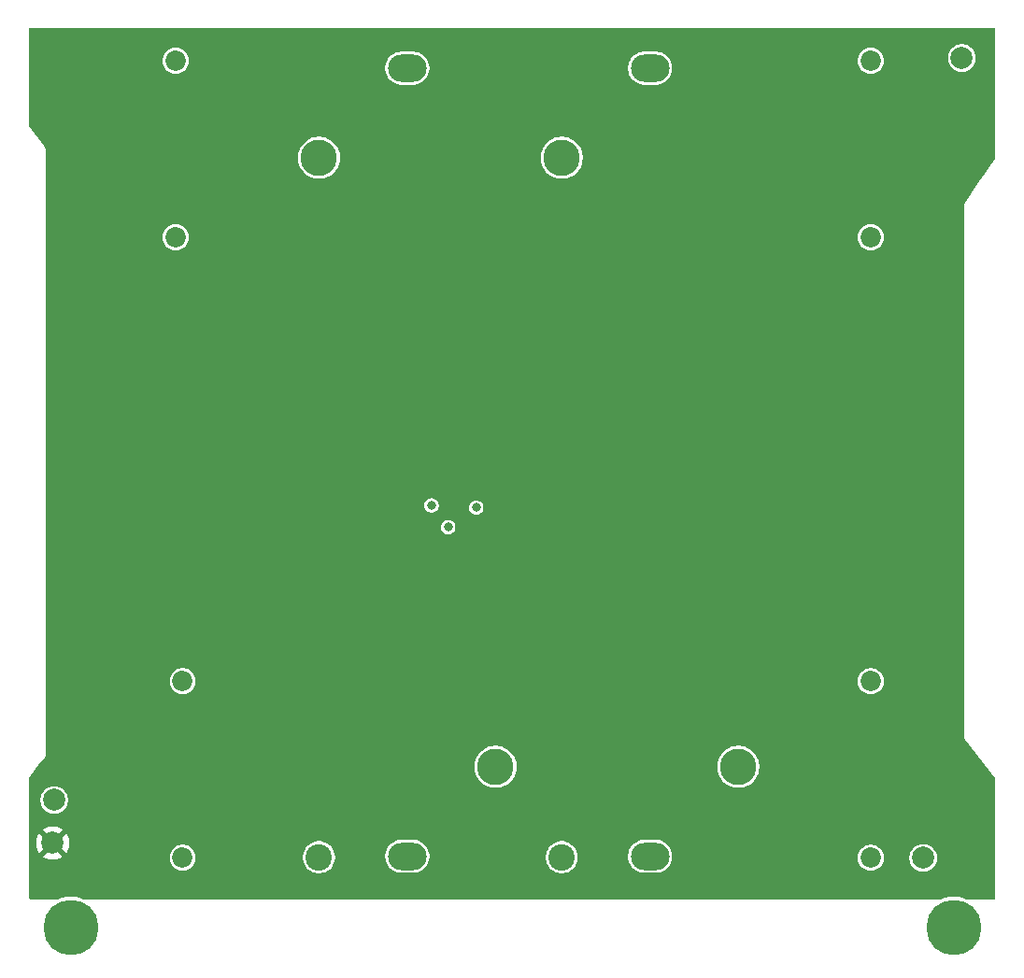
<source format=gbr>
%TF.GenerationSoftware,KiCad,Pcbnew,9.0.0*%
%TF.CreationDate,2025-03-28T16:48:43-07:00*%
%TF.ProjectId,battery_pack_v1,62617474-6572-4795-9f70-61636b5f7631,rev?*%
%TF.SameCoordinates,Original*%
%TF.FileFunction,Copper,L3,Inr*%
%TF.FilePolarity,Positive*%
%FSLAX46Y46*%
G04 Gerber Fmt 4.6, Leading zero omitted, Abs format (unit mm)*
G04 Created by KiCad (PCBNEW 9.0.0) date 2025-03-28 16:48:43*
%MOMM*%
%LPD*%
G01*
G04 APERTURE LIST*
%TA.AperFunction,ComponentPad*%
%ADD10C,5.000000*%
%TD*%
%TA.AperFunction,ComponentPad*%
%ADD11C,1.850000*%
%TD*%
%TA.AperFunction,ComponentPad*%
%ADD12C,2.000000*%
%TD*%
%TA.AperFunction,ComponentPad*%
%ADD13C,3.300000*%
%TD*%
%TA.AperFunction,ComponentPad*%
%ADD14C,2.400000*%
%TD*%
%TA.AperFunction,ComponentPad*%
%ADD15O,3.500000X2.500000*%
%TD*%
%TA.AperFunction,ViaPad*%
%ADD16C,0.800000*%
%TD*%
G04 APERTURE END LIST*
D10*
%TO.N,Chassis Ground*%
%TO.C,*%
X194500000Y-131530000D03*
%TD*%
D11*
%TO.N,*%
%TO.C,J4*%
X187000000Y-53000000D03*
X187000000Y-69000000D03*
%TD*%
D12*
%TO.N,B-*%
%TO.C,TP2*%
X113000000Y-120000000D03*
%TD*%
D11*
%TO.N,*%
%TO.C,J3*%
X124000000Y-53000000D03*
X124000000Y-69000000D03*
%TD*%
D12*
%TO.N,PACK+*%
%TO.C,TP5*%
X195250000Y-52750000D03*
%TD*%
D13*
%TO.N,*%
%TO.C,BT1*%
X137000000Y-61790000D03*
X153000000Y-116990000D03*
D14*
X137000000Y-125190000D03*
D15*
%TO.N,BM*%
X145000000Y-53670000D03*
%TO.N,B-*%
X145000000Y-125110000D03*
%TD*%
D13*
%TO.N,*%
%TO.C,BT2*%
X159000000Y-61790000D03*
X175000000Y-116990000D03*
D14*
X159000000Y-125190000D03*
D15*
%TO.N,PACK+*%
X167000000Y-53670000D03*
%TO.N,BM*%
X167000000Y-125110000D03*
%TD*%
D11*
%TO.N,*%
%TO.C,J2*%
X124641287Y-125250000D03*
X124641287Y-109250000D03*
%TD*%
D10*
%TO.N,Chassis Ground*%
%TO.C,*%
X114500000Y-131530000D03*
%TD*%
D12*
%TO.N,PACK-*%
%TO.C,TP4*%
X112860000Y-123900000D03*
%TD*%
%TO.N,BM*%
%TO.C,TP3*%
X191750000Y-125250000D03*
%TD*%
D11*
%TO.N,*%
%TO.C,J5*%
X187000000Y-125250000D03*
X187000000Y-109250000D03*
%TD*%
D16*
%TO.N,PACK-*%
X158000000Y-80700000D03*
X153600000Y-80400000D03*
X158200000Y-78200000D03*
X153800000Y-78300000D03*
X153600000Y-73900000D03*
X158200000Y-73700000D03*
X158100000Y-69300000D03*
X153600000Y-69100000D03*
X151200000Y-63700000D03*
X154600000Y-59800000D03*
X151070035Y-56949400D03*
X147000000Y-60000000D03*
X140200000Y-55800000D03*
X134600000Y-55900000D03*
X133300000Y-51300000D03*
X139800000Y-51400000D03*
X127720653Y-52632708D03*
X130100000Y-58800000D03*
X121900000Y-58800000D03*
X126700000Y-63900000D03*
X121400000Y-63700000D03*
X144600000Y-115200000D03*
X147500000Y-107900000D03*
X141800000Y-118900000D03*
X140000000Y-122400000D03*
X137000000Y-115500000D03*
X134800000Y-120000000D03*
X129800000Y-111500000D03*
X131300000Y-123000000D03*
X120200000Y-123300000D03*
X120700000Y-109400000D03*
X118300000Y-116900000D03*
X127300000Y-115600000D03*
X182700000Y-108700000D03*
X190900000Y-108600000D03*
X179000000Y-121700000D03*
X182900000Y-125000000D03*
X160800000Y-115900000D03*
X175132930Y-122786059D03*
X175000000Y-127200000D03*
X159200000Y-120700000D03*
X147800000Y-118000000D03*
X144500000Y-118000000D03*
X165500000Y-63400000D03*
X169300000Y-64000000D03*
X163700000Y-71500000D03*
X163800000Y-73400000D03*
X163700000Y-75200000D03*
X163700000Y-77600000D03*
X163700000Y-81700000D03*
X163700000Y-80200000D03*
X169600000Y-71700000D03*
X169300000Y-73500000D03*
X169700000Y-75900000D03*
X169500000Y-77600000D03*
X169300000Y-79500000D03*
X169400000Y-81600000D03*
X168300000Y-83100000D03*
X158700000Y-99000000D03*
X161300000Y-96400000D03*
X160100000Y-97800000D03*
X144500000Y-100700000D03*
X144500000Y-99600000D03*
X144500000Y-96700000D03*
X144500000Y-97700000D03*
X144500000Y-98600000D03*
X147900000Y-99400000D03*
X150200000Y-100000000D03*
X153200000Y-100100000D03*
X153300000Y-98200000D03*
X154400000Y-94250000D03*
X159925506Y-82625506D03*
X159375506Y-83175506D03*
X158725506Y-83825506D03*
X158075506Y-84475506D03*
%TO.N,/VDD*%
X147190097Y-93301507D03*
X148705560Y-95268460D03*
%TO.N,BM*%
X151250000Y-93500000D03*
%TD*%
%TA.AperFunction,Conductor*%
%TO.N,PACK-*%
G36*
X198241621Y-50020002D02*
G01*
X198288114Y-50073658D01*
X198299500Y-50126000D01*
X198299500Y-61837863D01*
X198279498Y-61905984D01*
X198275284Y-61912133D01*
X196868071Y-63840650D01*
X196868070Y-63840651D01*
X196858239Y-63854122D01*
X196853627Y-63857291D01*
X196834867Y-63886150D01*
X196832846Y-63888921D01*
X196832841Y-63888930D01*
X196814524Y-63914034D01*
X196812784Y-63917788D01*
X196804116Y-63933459D01*
X195550557Y-65862011D01*
X195550558Y-65862012D01*
X195543355Y-65873094D01*
X195530024Y-65886426D01*
X195521827Y-65906213D01*
X195515505Y-65915940D01*
X195515505Y-65915941D01*
X195510157Y-65924169D01*
X195510156Y-65924171D01*
X195509127Y-65929711D01*
X195501660Y-65954902D01*
X195499500Y-65960115D01*
X195499500Y-65969929D01*
X195497380Y-65992943D01*
X195495587Y-66002589D01*
X195495587Y-66002591D01*
X195496756Y-66008097D01*
X195499500Y-66034248D01*
X195499500Y-114387514D01*
X195496101Y-114414705D01*
X195499500Y-114427065D01*
X195499500Y-114439885D01*
X195506983Y-114457951D01*
X195512061Y-114472750D01*
X195517248Y-114491609D01*
X195517249Y-114491611D01*
X195517250Y-114491614D01*
X195517251Y-114491615D01*
X195521299Y-114499690D01*
X195525021Y-114506089D01*
X195530022Y-114513573D01*
X195543848Y-114527398D01*
X195554212Y-114539136D01*
X198271841Y-118033232D01*
X198272958Y-118034667D01*
X198298992Y-118100719D01*
X198299500Y-118112024D01*
X198299500Y-128874000D01*
X198279498Y-128942121D01*
X198225842Y-128988614D01*
X198173500Y-129000000D01*
X195623635Y-129000000D01*
X195568966Y-128987522D01*
X195555762Y-128981163D01*
X195263751Y-128878984D01*
X194962126Y-128810140D01*
X194654691Y-128775500D01*
X194654689Y-128775500D01*
X194345311Y-128775500D01*
X194345309Y-128775500D01*
X194037873Y-128810140D01*
X193736248Y-128878984D01*
X193444238Y-128981163D01*
X193444237Y-128981163D01*
X193431034Y-128987522D01*
X193376365Y-129000000D01*
X115623635Y-129000000D01*
X115568966Y-128987522D01*
X115555762Y-128981163D01*
X115263751Y-128878984D01*
X114962126Y-128810140D01*
X114654691Y-128775500D01*
X114654689Y-128775500D01*
X114345311Y-128775500D01*
X114345309Y-128775500D01*
X114037873Y-128810140D01*
X113736248Y-128878984D01*
X113444238Y-128981163D01*
X113444237Y-128981163D01*
X113431034Y-128987522D01*
X113376365Y-129000000D01*
X110826500Y-129000000D01*
X110758379Y-128979998D01*
X110711886Y-128926342D01*
X110700500Y-128874000D01*
X110700500Y-123781321D01*
X111352000Y-123781321D01*
X111352000Y-124018678D01*
X111389133Y-124253129D01*
X111462480Y-124478867D01*
X111570246Y-124690368D01*
X111629230Y-124771556D01*
X111629232Y-124771556D01*
X112375841Y-124024946D01*
X112394075Y-124092993D01*
X112459901Y-124207007D01*
X112552993Y-124300099D01*
X112667007Y-124365925D01*
X112735051Y-124384157D01*
X111988442Y-125130766D01*
X112069636Y-125189756D01*
X112069637Y-125189757D01*
X112281132Y-125297519D01*
X112506870Y-125370866D01*
X112741321Y-125408000D01*
X112978679Y-125408000D01*
X113213129Y-125370866D01*
X113438867Y-125297519D01*
X113650367Y-125189754D01*
X113695214Y-125157171D01*
X123461787Y-125157171D01*
X123461787Y-125342829D01*
X123490830Y-125526200D01*
X123490831Y-125526203D01*
X123548202Y-125702772D01*
X123632488Y-125868193D01*
X123741616Y-126018395D01*
X123872891Y-126149670D01*
X123872894Y-126149672D01*
X124023094Y-126258799D01*
X124188516Y-126343085D01*
X124365087Y-126400457D01*
X124548458Y-126429500D01*
X124548461Y-126429500D01*
X124734113Y-126429500D01*
X124734116Y-126429500D01*
X124917487Y-126400457D01*
X125094058Y-126343085D01*
X125259480Y-126258799D01*
X125409680Y-126149672D01*
X125540959Y-126018393D01*
X125650086Y-125868193D01*
X125734372Y-125702771D01*
X125791744Y-125526200D01*
X125820787Y-125342829D01*
X125820787Y-125157171D01*
X125807856Y-125075528D01*
X135545500Y-125075528D01*
X135545500Y-125304472D01*
X135581314Y-125530596D01*
X135581315Y-125530599D01*
X135637257Y-125702771D01*
X135652062Y-125748334D01*
X135756000Y-125952324D01*
X135890569Y-126137543D01*
X135890571Y-126137545D01*
X135890573Y-126137548D01*
X136052451Y-126299426D01*
X136052454Y-126299428D01*
X136052457Y-126299431D01*
X136237676Y-126434000D01*
X136441666Y-126537938D01*
X136659404Y-126608686D01*
X136885528Y-126644500D01*
X136885531Y-126644500D01*
X137114469Y-126644500D01*
X137114472Y-126644500D01*
X137340596Y-126608686D01*
X137558334Y-126537938D01*
X137762324Y-126434000D01*
X137947543Y-126299431D01*
X138109431Y-126137543D01*
X138244000Y-125952324D01*
X138347938Y-125748334D01*
X138418686Y-125530596D01*
X138454500Y-125304472D01*
X138454500Y-125075528D01*
X138441206Y-124991593D01*
X142995500Y-124991593D01*
X142995500Y-125228407D01*
X143023945Y-125408000D01*
X143032547Y-125462310D01*
X143105723Y-125687522D01*
X143105725Y-125687527D01*
X143128162Y-125731562D01*
X143213238Y-125898533D01*
X143352433Y-126090118D01*
X143519881Y-126257566D01*
X143519884Y-126257568D01*
X143711470Y-126396764D01*
X143922473Y-126504275D01*
X144147695Y-126577454D01*
X144381593Y-126614500D01*
X144381596Y-126614500D01*
X145618404Y-126614500D01*
X145618407Y-126614500D01*
X145852305Y-126577454D01*
X146077527Y-126504275D01*
X146288530Y-126396764D01*
X146480116Y-126257568D01*
X146647568Y-126090116D01*
X146786764Y-125898530D01*
X146894275Y-125687527D01*
X146967454Y-125462305D01*
X147004500Y-125228407D01*
X147004500Y-125075528D01*
X157545500Y-125075528D01*
X157545500Y-125304472D01*
X157581314Y-125530596D01*
X157581315Y-125530599D01*
X157637257Y-125702771D01*
X157652062Y-125748334D01*
X157756000Y-125952324D01*
X157890569Y-126137543D01*
X157890571Y-126137545D01*
X157890573Y-126137548D01*
X158052451Y-126299426D01*
X158052454Y-126299428D01*
X158052457Y-126299431D01*
X158237676Y-126434000D01*
X158441666Y-126537938D01*
X158659404Y-126608686D01*
X158885528Y-126644500D01*
X158885531Y-126644500D01*
X159114469Y-126644500D01*
X159114472Y-126644500D01*
X159340596Y-126608686D01*
X159558334Y-126537938D01*
X159762324Y-126434000D01*
X159947543Y-126299431D01*
X160109431Y-126137543D01*
X160244000Y-125952324D01*
X160347938Y-125748334D01*
X160418686Y-125530596D01*
X160454500Y-125304472D01*
X160454500Y-125075528D01*
X160441206Y-124991593D01*
X164995500Y-124991593D01*
X164995500Y-125228407D01*
X165023945Y-125408000D01*
X165032547Y-125462310D01*
X165105723Y-125687522D01*
X165105725Y-125687527D01*
X165128162Y-125731562D01*
X165213238Y-125898533D01*
X165352433Y-126090118D01*
X165519881Y-126257566D01*
X165519884Y-126257568D01*
X165711470Y-126396764D01*
X165922473Y-126504275D01*
X166147695Y-126577454D01*
X166381593Y-126614500D01*
X166381596Y-126614500D01*
X167618404Y-126614500D01*
X167618407Y-126614500D01*
X167852305Y-126577454D01*
X168077527Y-126504275D01*
X168288530Y-126396764D01*
X168480116Y-126257568D01*
X168647568Y-126090116D01*
X168786764Y-125898530D01*
X168894275Y-125687527D01*
X168967454Y-125462305D01*
X169004500Y-125228407D01*
X169004500Y-125157171D01*
X185820500Y-125157171D01*
X185820500Y-125342829D01*
X185849543Y-125526200D01*
X185849544Y-125526203D01*
X185906915Y-125702772D01*
X185991201Y-125868193D01*
X186100329Y-126018395D01*
X186231604Y-126149670D01*
X186231607Y-126149672D01*
X186381807Y-126258799D01*
X186547229Y-126343085D01*
X186723800Y-126400457D01*
X186907171Y-126429500D01*
X186907174Y-126429500D01*
X187092826Y-126429500D01*
X187092829Y-126429500D01*
X187276200Y-126400457D01*
X187452771Y-126343085D01*
X187618193Y-126258799D01*
X187768393Y-126149672D01*
X187899672Y-126018393D01*
X188008799Y-125868193D01*
X188093085Y-125702771D01*
X188150457Y-125526200D01*
X188179500Y-125342829D01*
X188179500Y-125157171D01*
X188178565Y-125151269D01*
X190495500Y-125151269D01*
X190495500Y-125348731D01*
X190523609Y-125526203D01*
X190526391Y-125543768D01*
X190578055Y-125702772D01*
X190587409Y-125731561D01*
X190677056Y-125907501D01*
X190793121Y-126067252D01*
X190793123Y-126067254D01*
X190793125Y-126067257D01*
X190932742Y-126206874D01*
X190932745Y-126206876D01*
X190932748Y-126206879D01*
X191092499Y-126322944D01*
X191268439Y-126412591D01*
X191456237Y-126473610D01*
X191651269Y-126504500D01*
X191651272Y-126504500D01*
X191848728Y-126504500D01*
X191848731Y-126504500D01*
X192043763Y-126473610D01*
X192231561Y-126412591D01*
X192407501Y-126322944D01*
X192567252Y-126206879D01*
X192706879Y-126067252D01*
X192822944Y-125907501D01*
X192912591Y-125731561D01*
X192973610Y-125543763D01*
X193004500Y-125348731D01*
X193004500Y-125151269D01*
X192973610Y-124956237D01*
X192912591Y-124768439D01*
X192822944Y-124592499D01*
X192706879Y-124432748D01*
X192706876Y-124432745D01*
X192706874Y-124432742D01*
X192567257Y-124293125D01*
X192567254Y-124293123D01*
X192567252Y-124293121D01*
X192407501Y-124177056D01*
X192231561Y-124087409D01*
X192231558Y-124087408D01*
X192231556Y-124087407D01*
X192043768Y-124026391D01*
X192043764Y-124026390D01*
X192043763Y-124026390D01*
X191848731Y-123995500D01*
X191651269Y-123995500D01*
X191456237Y-124026390D01*
X191456231Y-124026391D01*
X191268443Y-124087407D01*
X191268437Y-124087410D01*
X191092495Y-124177058D01*
X190932745Y-124293123D01*
X190932742Y-124293125D01*
X190793125Y-124432742D01*
X190793123Y-124432745D01*
X190677058Y-124592495D01*
X190587410Y-124768437D01*
X190587407Y-124768443D01*
X190526391Y-124956231D01*
X190526390Y-124956236D01*
X190526390Y-124956237D01*
X190495500Y-125151269D01*
X188178565Y-125151269D01*
X188150457Y-124973800D01*
X188093085Y-124797229D01*
X188008799Y-124631807D01*
X187899672Y-124481607D01*
X187899670Y-124481604D01*
X187768395Y-124350329D01*
X187618193Y-124241201D01*
X187452772Y-124156915D01*
X187276203Y-124099544D01*
X187276200Y-124099543D01*
X187092829Y-124070500D01*
X186907171Y-124070500D01*
X186723800Y-124099543D01*
X186723797Y-124099543D01*
X186723796Y-124099544D01*
X186547227Y-124156915D01*
X186381806Y-124241201D01*
X186231604Y-124350329D01*
X186100329Y-124481604D01*
X185991201Y-124631806D01*
X185906915Y-124797227D01*
X185849544Y-124973796D01*
X185849543Y-124973800D01*
X185820500Y-125157171D01*
X169004500Y-125157171D01*
X169004500Y-124991593D01*
X168967454Y-124757695D01*
X168894275Y-124532473D01*
X168786764Y-124321470D01*
X168647568Y-124129884D01*
X168647566Y-124129881D01*
X168480118Y-123962433D01*
X168288533Y-123823238D01*
X168288532Y-123823237D01*
X168288530Y-123823236D01*
X168077527Y-123715725D01*
X168077524Y-123715724D01*
X168077522Y-123715723D01*
X167852310Y-123642547D01*
X167852306Y-123642546D01*
X167852305Y-123642546D01*
X167618407Y-123605500D01*
X166381593Y-123605500D01*
X166147695Y-123642546D01*
X166147689Y-123642547D01*
X165922477Y-123715723D01*
X165922471Y-123715726D01*
X165711466Y-123823238D01*
X165519881Y-123962433D01*
X165352433Y-124129881D01*
X165213238Y-124321466D01*
X165105726Y-124532471D01*
X165105723Y-124532477D01*
X165032547Y-124757689D01*
X165032546Y-124757694D01*
X165032546Y-124757695D01*
X164995500Y-124991593D01*
X160441206Y-124991593D01*
X160418686Y-124849404D01*
X160347938Y-124631666D01*
X160244000Y-124427676D01*
X160109431Y-124242457D01*
X160109428Y-124242454D01*
X160109426Y-124242451D01*
X159947548Y-124080573D01*
X159947545Y-124080571D01*
X159947543Y-124080569D01*
X159762324Y-123946000D01*
X159558334Y-123842062D01*
X159558333Y-123842061D01*
X159558332Y-123842061D01*
X159340599Y-123771315D01*
X159340596Y-123771314D01*
X159114472Y-123735500D01*
X158885528Y-123735500D01*
X158659404Y-123771314D01*
X158659401Y-123771314D01*
X158659400Y-123771315D01*
X158441667Y-123842061D01*
X158237672Y-123946002D01*
X158052454Y-124080571D01*
X158052451Y-124080573D01*
X157890573Y-124242451D01*
X157890571Y-124242454D01*
X157756002Y-124427672D01*
X157652061Y-124631667D01*
X157581315Y-124849400D01*
X157581314Y-124849404D01*
X157545500Y-125075528D01*
X147004500Y-125075528D01*
X147004500Y-124991593D01*
X146967454Y-124757695D01*
X146894275Y-124532473D01*
X146786764Y-124321470D01*
X146647568Y-124129884D01*
X146647566Y-124129881D01*
X146480118Y-123962433D01*
X146288533Y-123823238D01*
X146288532Y-123823237D01*
X146288530Y-123823236D01*
X146077527Y-123715725D01*
X146077524Y-123715724D01*
X146077522Y-123715723D01*
X145852310Y-123642547D01*
X145852306Y-123642546D01*
X145852305Y-123642546D01*
X145618407Y-123605500D01*
X144381593Y-123605500D01*
X144147695Y-123642546D01*
X144147689Y-123642547D01*
X143922477Y-123715723D01*
X143922471Y-123715726D01*
X143711466Y-123823238D01*
X143519881Y-123962433D01*
X143352433Y-124129881D01*
X143213238Y-124321466D01*
X143105726Y-124532471D01*
X143105723Y-124532477D01*
X143032547Y-124757689D01*
X143032546Y-124757694D01*
X143032546Y-124757695D01*
X142995500Y-124991593D01*
X138441206Y-124991593D01*
X138418686Y-124849404D01*
X138347938Y-124631666D01*
X138244000Y-124427676D01*
X138109431Y-124242457D01*
X138109428Y-124242454D01*
X138109426Y-124242451D01*
X137947548Y-124080573D01*
X137947545Y-124080571D01*
X137947543Y-124080569D01*
X137762324Y-123946000D01*
X137558334Y-123842062D01*
X137558333Y-123842061D01*
X137558332Y-123842061D01*
X137340599Y-123771315D01*
X137340596Y-123771314D01*
X137114472Y-123735500D01*
X136885528Y-123735500D01*
X136659404Y-123771314D01*
X136659401Y-123771314D01*
X136659400Y-123771315D01*
X136441667Y-123842061D01*
X136237672Y-123946002D01*
X136052454Y-124080571D01*
X136052451Y-124080573D01*
X135890573Y-124242451D01*
X135890571Y-124242454D01*
X135756002Y-124427672D01*
X135652061Y-124631667D01*
X135581315Y-124849400D01*
X135581314Y-124849404D01*
X135545500Y-125075528D01*
X125807856Y-125075528D01*
X125791744Y-124973800D01*
X125734372Y-124797229D01*
X125650086Y-124631807D01*
X125540959Y-124481607D01*
X125540957Y-124481604D01*
X125409682Y-124350329D01*
X125259480Y-124241201D01*
X125094059Y-124156915D01*
X124917490Y-124099544D01*
X124917487Y-124099543D01*
X124734116Y-124070500D01*
X124548458Y-124070500D01*
X124365087Y-124099543D01*
X124365084Y-124099543D01*
X124365083Y-124099544D01*
X124188514Y-124156915D01*
X124023093Y-124241201D01*
X123872891Y-124350329D01*
X123741616Y-124481604D01*
X123632488Y-124631806D01*
X123548202Y-124797227D01*
X123490831Y-124973796D01*
X123490830Y-124973800D01*
X123461787Y-125157171D01*
X113695214Y-125157171D01*
X113731556Y-125130767D01*
X113731556Y-125130765D01*
X112984948Y-124384157D01*
X113052993Y-124365925D01*
X113167007Y-124300099D01*
X113260099Y-124207007D01*
X113325925Y-124092993D01*
X113344157Y-124024948D01*
X114090765Y-124771556D01*
X114090767Y-124771556D01*
X114149754Y-124690367D01*
X114257519Y-124478867D01*
X114330866Y-124253129D01*
X114368000Y-124018678D01*
X114368000Y-123781321D01*
X114330866Y-123546870D01*
X114257519Y-123321132D01*
X114149757Y-123109637D01*
X114149756Y-123109636D01*
X114090766Y-123028442D01*
X113344157Y-123775051D01*
X113325925Y-123707007D01*
X113260099Y-123592993D01*
X113167007Y-123499901D01*
X113052993Y-123434075D01*
X112984946Y-123415841D01*
X113731556Y-122669232D01*
X113731556Y-122669230D01*
X113650368Y-122610246D01*
X113438867Y-122502480D01*
X113213129Y-122429133D01*
X112978679Y-122392000D01*
X112741321Y-122392000D01*
X112506870Y-122429133D01*
X112281132Y-122502480D01*
X112069634Y-122610243D01*
X111988442Y-122669231D01*
X112735052Y-123415841D01*
X112667007Y-123434075D01*
X112552993Y-123499901D01*
X112459901Y-123592993D01*
X112394075Y-123707007D01*
X112375841Y-123775052D01*
X111629231Y-123028442D01*
X111570243Y-123109634D01*
X111462480Y-123321132D01*
X111389133Y-123546870D01*
X111352000Y-123781321D01*
X110700500Y-123781321D01*
X110700500Y-119901269D01*
X111745500Y-119901269D01*
X111745500Y-120098731D01*
X111776390Y-120293763D01*
X111776391Y-120293768D01*
X111837407Y-120481556D01*
X111837409Y-120481561D01*
X111927056Y-120657501D01*
X112043121Y-120817252D01*
X112043123Y-120817254D01*
X112043125Y-120817257D01*
X112182742Y-120956874D01*
X112182745Y-120956876D01*
X112182748Y-120956879D01*
X112342499Y-121072944D01*
X112518439Y-121162591D01*
X112706237Y-121223610D01*
X112901269Y-121254500D01*
X112901272Y-121254500D01*
X113098728Y-121254500D01*
X113098731Y-121254500D01*
X113293763Y-121223610D01*
X113481561Y-121162591D01*
X113657501Y-121072944D01*
X113817252Y-120956879D01*
X113956879Y-120817252D01*
X114072944Y-120657501D01*
X114162591Y-120481561D01*
X114223610Y-120293763D01*
X114254500Y-120098731D01*
X114254500Y-119901269D01*
X114223610Y-119706237D01*
X114162591Y-119518439D01*
X114072944Y-119342499D01*
X113956879Y-119182748D01*
X113956876Y-119182745D01*
X113956874Y-119182742D01*
X113817257Y-119043125D01*
X113817254Y-119043123D01*
X113817252Y-119043121D01*
X113657501Y-118927056D01*
X113481561Y-118837409D01*
X113481558Y-118837408D01*
X113481556Y-118837407D01*
X113293768Y-118776391D01*
X113293764Y-118776390D01*
X113293763Y-118776390D01*
X113098731Y-118745500D01*
X112901269Y-118745500D01*
X112706237Y-118776390D01*
X112706231Y-118776391D01*
X112518443Y-118837407D01*
X112518437Y-118837410D01*
X112342495Y-118927058D01*
X112182745Y-119043123D01*
X112182742Y-119043125D01*
X112043125Y-119182742D01*
X112043123Y-119182745D01*
X111927058Y-119342495D01*
X111837410Y-119518437D01*
X111837407Y-119518443D01*
X111776391Y-119706231D01*
X111776390Y-119706236D01*
X111776390Y-119706237D01*
X111745500Y-119901269D01*
X110700500Y-119901269D01*
X110700500Y-118108832D01*
X110720502Y-118040711D01*
X110725690Y-118033245D01*
X111601746Y-116865170D01*
X151095500Y-116865170D01*
X151095500Y-117114829D01*
X151128085Y-117362339D01*
X151128086Y-117362345D01*
X151128087Y-117362347D01*
X151192702Y-117603495D01*
X151288241Y-117834146D01*
X151288242Y-117834147D01*
X151288247Y-117834157D01*
X151413071Y-118050359D01*
X151565044Y-118248412D01*
X151565063Y-118248433D01*
X151741566Y-118424936D01*
X151741576Y-118424945D01*
X151741582Y-118424951D01*
X151741585Y-118424953D01*
X151741587Y-118424955D01*
X151939640Y-118576928D01*
X152126881Y-118685031D01*
X152155854Y-118701759D01*
X152386505Y-118797298D01*
X152627653Y-118861913D01*
X152627659Y-118861913D01*
X152627660Y-118861914D01*
X152656059Y-118865652D01*
X152875173Y-118894500D01*
X152875180Y-118894500D01*
X153124820Y-118894500D01*
X153124827Y-118894500D01*
X153372347Y-118861913D01*
X153613495Y-118797298D01*
X153844146Y-118701759D01*
X154060354Y-118576931D01*
X154060354Y-118576930D01*
X154060359Y-118576928D01*
X154175379Y-118488668D01*
X154258418Y-118424951D01*
X154434951Y-118248418D01*
X154539610Y-118112024D01*
X154586928Y-118050359D01*
X154608795Y-118012485D01*
X154711759Y-117834146D01*
X154807298Y-117603495D01*
X154871913Y-117362347D01*
X154904500Y-117114827D01*
X154904500Y-116865173D01*
X154904500Y-116865170D01*
X173095500Y-116865170D01*
X173095500Y-117114829D01*
X173128085Y-117362339D01*
X173128086Y-117362345D01*
X173128087Y-117362347D01*
X173192702Y-117603495D01*
X173288241Y-117834146D01*
X173288242Y-117834147D01*
X173288247Y-117834157D01*
X173413071Y-118050359D01*
X173565044Y-118248412D01*
X173565063Y-118248433D01*
X173741566Y-118424936D01*
X173741576Y-118424945D01*
X173741582Y-118424951D01*
X173741585Y-118424953D01*
X173741587Y-118424955D01*
X173939640Y-118576928D01*
X174126881Y-118685031D01*
X174155854Y-118701759D01*
X174386505Y-118797298D01*
X174627653Y-118861913D01*
X174627659Y-118861913D01*
X174627660Y-118861914D01*
X174656059Y-118865652D01*
X174875173Y-118894500D01*
X174875180Y-118894500D01*
X175124820Y-118894500D01*
X175124827Y-118894500D01*
X175372347Y-118861913D01*
X175613495Y-118797298D01*
X175844146Y-118701759D01*
X176060354Y-118576931D01*
X176060354Y-118576930D01*
X176060359Y-118576928D01*
X176175379Y-118488668D01*
X176258418Y-118424951D01*
X176434951Y-118248418D01*
X176539610Y-118112024D01*
X176586928Y-118050359D01*
X176608795Y-118012485D01*
X176711759Y-117834146D01*
X176807298Y-117603495D01*
X176871913Y-117362347D01*
X176904500Y-117114827D01*
X176904500Y-116865173D01*
X176871913Y-116617653D01*
X176807298Y-116376505D01*
X176711759Y-116145854D01*
X176619323Y-115985750D01*
X176586928Y-115929640D01*
X176434955Y-115731587D01*
X176434953Y-115731585D01*
X176434951Y-115731582D01*
X176434945Y-115731576D01*
X176434936Y-115731566D01*
X176258433Y-115555063D01*
X176258412Y-115555044D01*
X176060359Y-115403071D01*
X175844157Y-115278247D01*
X175844152Y-115278244D01*
X175844146Y-115278241D01*
X175613495Y-115182702D01*
X175372347Y-115118087D01*
X175372345Y-115118086D01*
X175372339Y-115118085D01*
X175124829Y-115085500D01*
X175124827Y-115085500D01*
X174875173Y-115085500D01*
X174875170Y-115085500D01*
X174627660Y-115118085D01*
X174386505Y-115182702D01*
X174155852Y-115278242D01*
X174155842Y-115278247D01*
X173939640Y-115403071D01*
X173741587Y-115555044D01*
X173741566Y-115555063D01*
X173565063Y-115731566D01*
X173565044Y-115731587D01*
X173413071Y-115929640D01*
X173288247Y-116145842D01*
X173288242Y-116145852D01*
X173192702Y-116376505D01*
X173128085Y-116617660D01*
X173095500Y-116865170D01*
X154904500Y-116865170D01*
X154871913Y-116617653D01*
X154807298Y-116376505D01*
X154711759Y-116145854D01*
X154619323Y-115985750D01*
X154586928Y-115929640D01*
X154434955Y-115731587D01*
X154434953Y-115731585D01*
X154434951Y-115731582D01*
X154434945Y-115731576D01*
X154434936Y-115731566D01*
X154258433Y-115555063D01*
X154258412Y-115555044D01*
X154060359Y-115403071D01*
X153844157Y-115278247D01*
X153844152Y-115278244D01*
X153844146Y-115278241D01*
X153613495Y-115182702D01*
X153372347Y-115118087D01*
X153372345Y-115118086D01*
X153372339Y-115118085D01*
X153124829Y-115085500D01*
X153124827Y-115085500D01*
X152875173Y-115085500D01*
X152875170Y-115085500D01*
X152627660Y-115118085D01*
X152386505Y-115182702D01*
X152155852Y-115278242D01*
X152155842Y-115278247D01*
X151939640Y-115403071D01*
X151741587Y-115555044D01*
X151741566Y-115555063D01*
X151565063Y-115731566D01*
X151565044Y-115731587D01*
X151413071Y-115929640D01*
X151288247Y-116145842D01*
X151288242Y-116145852D01*
X151192702Y-116376505D01*
X151128085Y-116617660D01*
X151095500Y-116865170D01*
X111601746Y-116865170D01*
X112151848Y-116131701D01*
X112169976Y-116113574D01*
X112175566Y-116100077D01*
X112184329Y-116088394D01*
X112188468Y-116072237D01*
X112194112Y-116055302D01*
X112200500Y-116039882D01*
X112200500Y-116025275D01*
X112204125Y-116011126D01*
X112200500Y-115985750D01*
X112200500Y-109157171D01*
X123461787Y-109157171D01*
X123461787Y-109342829D01*
X123490830Y-109526200D01*
X123490831Y-109526203D01*
X123548202Y-109702772D01*
X123632488Y-109868193D01*
X123741616Y-110018395D01*
X123872891Y-110149670D01*
X123872894Y-110149672D01*
X124023094Y-110258799D01*
X124188516Y-110343085D01*
X124365087Y-110400457D01*
X124548458Y-110429500D01*
X124548461Y-110429500D01*
X124734113Y-110429500D01*
X124734116Y-110429500D01*
X124917487Y-110400457D01*
X125094058Y-110343085D01*
X125259480Y-110258799D01*
X125409680Y-110149672D01*
X125540959Y-110018393D01*
X125650086Y-109868193D01*
X125734372Y-109702771D01*
X125791744Y-109526200D01*
X125820787Y-109342829D01*
X125820787Y-109157171D01*
X185820500Y-109157171D01*
X185820500Y-109342829D01*
X185849543Y-109526200D01*
X185849544Y-109526203D01*
X185906915Y-109702772D01*
X185991201Y-109868193D01*
X186100329Y-110018395D01*
X186231604Y-110149670D01*
X186231607Y-110149672D01*
X186381807Y-110258799D01*
X186547229Y-110343085D01*
X186723800Y-110400457D01*
X186907171Y-110429500D01*
X186907174Y-110429500D01*
X187092826Y-110429500D01*
X187092829Y-110429500D01*
X187276200Y-110400457D01*
X187452771Y-110343085D01*
X187618193Y-110258799D01*
X187768393Y-110149672D01*
X187899672Y-110018393D01*
X188008799Y-109868193D01*
X188093085Y-109702771D01*
X188150457Y-109526200D01*
X188179500Y-109342829D01*
X188179500Y-109157171D01*
X188150457Y-108973800D01*
X188093085Y-108797229D01*
X188008799Y-108631807D01*
X187899672Y-108481607D01*
X187899670Y-108481604D01*
X187768395Y-108350329D01*
X187618193Y-108241201D01*
X187452772Y-108156915D01*
X187276203Y-108099544D01*
X187276200Y-108099543D01*
X187092829Y-108070500D01*
X186907171Y-108070500D01*
X186723800Y-108099543D01*
X186723797Y-108099543D01*
X186723796Y-108099544D01*
X186547227Y-108156915D01*
X186381806Y-108241201D01*
X186231604Y-108350329D01*
X186100329Y-108481604D01*
X185991201Y-108631806D01*
X185906915Y-108797227D01*
X185849544Y-108973796D01*
X185849543Y-108973800D01*
X185820500Y-109157171D01*
X125820787Y-109157171D01*
X125791744Y-108973800D01*
X125734372Y-108797229D01*
X125650086Y-108631807D01*
X125540959Y-108481607D01*
X125540957Y-108481604D01*
X125409682Y-108350329D01*
X125259480Y-108241201D01*
X125094059Y-108156915D01*
X124917490Y-108099544D01*
X124917487Y-108099543D01*
X124734116Y-108070500D01*
X124548458Y-108070500D01*
X124365087Y-108099543D01*
X124365084Y-108099543D01*
X124365083Y-108099544D01*
X124188514Y-108156915D01*
X124023093Y-108241201D01*
X123872891Y-108350329D01*
X123741616Y-108481604D01*
X123632488Y-108631806D01*
X123548202Y-108797227D01*
X123490831Y-108973796D01*
X123490830Y-108973800D01*
X123461787Y-109157171D01*
X112200500Y-109157171D01*
X112200500Y-95203994D01*
X148051060Y-95203994D01*
X148051060Y-95203997D01*
X148051060Y-95332923D01*
X148076212Y-95459371D01*
X148125549Y-95578482D01*
X148173409Y-95650109D01*
X148197176Y-95685679D01*
X148197181Y-95685685D01*
X148288334Y-95776838D01*
X148288340Y-95776843D01*
X148395538Y-95848471D01*
X148514649Y-95897808D01*
X148641097Y-95922960D01*
X148641098Y-95922960D01*
X148770022Y-95922960D01*
X148770023Y-95922960D01*
X148896471Y-95897808D01*
X149015582Y-95848471D01*
X149122780Y-95776843D01*
X149213943Y-95685680D01*
X149285571Y-95578482D01*
X149334908Y-95459371D01*
X149360060Y-95332923D01*
X149360060Y-95203997D01*
X149334908Y-95077549D01*
X149285571Y-94958438D01*
X149213943Y-94851240D01*
X149213938Y-94851234D01*
X149122785Y-94760081D01*
X149122779Y-94760076D01*
X149087209Y-94736309D01*
X149015582Y-94688449D01*
X148896471Y-94639112D01*
X148770025Y-94613960D01*
X148770023Y-94613960D01*
X148641097Y-94613960D01*
X148641094Y-94613960D01*
X148514648Y-94639112D01*
X148514643Y-94639114D01*
X148395538Y-94688449D01*
X148288340Y-94760076D01*
X148288334Y-94760081D01*
X148197181Y-94851234D01*
X148197176Y-94851240D01*
X148125549Y-94958438D01*
X148076214Y-95077543D01*
X148076212Y-95077548D01*
X148051060Y-95203994D01*
X112200500Y-95203994D01*
X112200500Y-93237041D01*
X146535597Y-93237041D01*
X146535597Y-93237044D01*
X146535597Y-93365970D01*
X146560749Y-93492418D01*
X146610086Y-93611529D01*
X146657946Y-93683156D01*
X146681713Y-93718726D01*
X146681718Y-93718732D01*
X146772871Y-93809885D01*
X146772877Y-93809890D01*
X146880075Y-93881518D01*
X146999186Y-93930855D01*
X147125634Y-93956007D01*
X147125635Y-93956007D01*
X147254559Y-93956007D01*
X147254560Y-93956007D01*
X147381008Y-93930855D01*
X147500119Y-93881518D01*
X147607317Y-93809890D01*
X147698480Y-93718727D01*
X147770108Y-93611529D01*
X147819445Y-93492418D01*
X147830760Y-93435534D01*
X150595500Y-93435534D01*
X150595500Y-93435537D01*
X150595500Y-93564463D01*
X150620652Y-93690911D01*
X150669989Y-93810022D01*
X150717761Y-93881517D01*
X150741616Y-93917219D01*
X150741621Y-93917225D01*
X150832774Y-94008378D01*
X150832780Y-94008383D01*
X150939978Y-94080011D01*
X151059089Y-94129348D01*
X151185537Y-94154500D01*
X151185538Y-94154500D01*
X151314462Y-94154500D01*
X151314463Y-94154500D01*
X151440911Y-94129348D01*
X151560022Y-94080011D01*
X151667220Y-94008383D01*
X151758383Y-93917220D01*
X151830011Y-93810022D01*
X151879348Y-93690911D01*
X151904500Y-93564463D01*
X151904500Y-93435537D01*
X151879348Y-93309089D01*
X151830011Y-93189978D01*
X151758383Y-93082780D01*
X151758378Y-93082774D01*
X151667225Y-92991621D01*
X151667219Y-92991616D01*
X151631649Y-92967849D01*
X151560022Y-92919989D01*
X151440911Y-92870652D01*
X151314465Y-92845500D01*
X151314463Y-92845500D01*
X151185537Y-92845500D01*
X151185534Y-92845500D01*
X151059088Y-92870652D01*
X151059083Y-92870654D01*
X150939978Y-92919989D01*
X150832780Y-92991616D01*
X150832774Y-92991621D01*
X150741621Y-93082774D01*
X150741616Y-93082780D01*
X150669989Y-93189978D01*
X150620654Y-93309083D01*
X150620652Y-93309088D01*
X150595500Y-93435534D01*
X147830760Y-93435534D01*
X147844597Y-93365970D01*
X147844597Y-93237044D01*
X147819445Y-93110596D01*
X147770108Y-92991485D01*
X147698480Y-92884287D01*
X147698475Y-92884281D01*
X147607322Y-92793128D01*
X147607316Y-92793123D01*
X147571746Y-92769356D01*
X147500119Y-92721496D01*
X147381008Y-92672159D01*
X147254562Y-92647007D01*
X147254560Y-92647007D01*
X147125634Y-92647007D01*
X147125631Y-92647007D01*
X146999185Y-92672159D01*
X146999180Y-92672161D01*
X146880075Y-92721496D01*
X146772877Y-92793123D01*
X146772871Y-92793128D01*
X146681718Y-92884281D01*
X146681713Y-92884287D01*
X146610086Y-92991485D01*
X146560751Y-93110590D01*
X146560749Y-93110595D01*
X146535597Y-93237041D01*
X112200500Y-93237041D01*
X112200500Y-68907171D01*
X122820500Y-68907171D01*
X122820500Y-69092829D01*
X122849543Y-69276200D01*
X122849544Y-69276203D01*
X122906915Y-69452772D01*
X122991201Y-69618193D01*
X123100329Y-69768395D01*
X123231604Y-69899670D01*
X123231607Y-69899672D01*
X123381807Y-70008799D01*
X123547229Y-70093085D01*
X123723800Y-70150457D01*
X123907171Y-70179500D01*
X123907174Y-70179500D01*
X124092826Y-70179500D01*
X124092829Y-70179500D01*
X124276200Y-70150457D01*
X124452771Y-70093085D01*
X124618193Y-70008799D01*
X124768393Y-69899672D01*
X124899672Y-69768393D01*
X125008799Y-69618193D01*
X125093085Y-69452771D01*
X125150457Y-69276200D01*
X125179500Y-69092829D01*
X125179500Y-68907171D01*
X185820500Y-68907171D01*
X185820500Y-69092829D01*
X185849543Y-69276200D01*
X185849544Y-69276203D01*
X185906915Y-69452772D01*
X185991201Y-69618193D01*
X186100329Y-69768395D01*
X186231604Y-69899670D01*
X186231607Y-69899672D01*
X186381807Y-70008799D01*
X186547229Y-70093085D01*
X186723800Y-70150457D01*
X186907171Y-70179500D01*
X186907174Y-70179500D01*
X187092826Y-70179500D01*
X187092829Y-70179500D01*
X187276200Y-70150457D01*
X187452771Y-70093085D01*
X187618193Y-70008799D01*
X187768393Y-69899672D01*
X187899672Y-69768393D01*
X188008799Y-69618193D01*
X188093085Y-69452771D01*
X188150457Y-69276200D01*
X188179500Y-69092829D01*
X188179500Y-68907171D01*
X188150457Y-68723800D01*
X188093085Y-68547229D01*
X188008799Y-68381807D01*
X187899672Y-68231607D01*
X187899670Y-68231604D01*
X187768395Y-68100329D01*
X187618193Y-67991201D01*
X187452772Y-67906915D01*
X187276203Y-67849544D01*
X187276200Y-67849543D01*
X187092829Y-67820500D01*
X186907171Y-67820500D01*
X186723800Y-67849543D01*
X186723797Y-67849543D01*
X186723796Y-67849544D01*
X186547227Y-67906915D01*
X186381806Y-67991201D01*
X186231604Y-68100329D01*
X186100329Y-68231604D01*
X185991201Y-68381806D01*
X185906915Y-68547227D01*
X185849544Y-68723796D01*
X185849543Y-68723800D01*
X185820500Y-68907171D01*
X125179500Y-68907171D01*
X125150457Y-68723800D01*
X125093085Y-68547229D01*
X125008799Y-68381807D01*
X124899672Y-68231607D01*
X124899670Y-68231604D01*
X124768395Y-68100329D01*
X124618193Y-67991201D01*
X124452772Y-67906915D01*
X124276203Y-67849544D01*
X124276200Y-67849543D01*
X124092829Y-67820500D01*
X123907171Y-67820500D01*
X123723800Y-67849543D01*
X123723797Y-67849543D01*
X123723796Y-67849544D01*
X123547227Y-67906915D01*
X123381806Y-67991201D01*
X123231604Y-68100329D01*
X123100329Y-68231604D01*
X122991201Y-68381806D01*
X122906915Y-68547227D01*
X122849544Y-68723796D01*
X122849543Y-68723800D01*
X122820500Y-68907171D01*
X112200500Y-68907171D01*
X112200500Y-61665170D01*
X135095500Y-61665170D01*
X135095500Y-61914829D01*
X135128085Y-62162339D01*
X135128086Y-62162345D01*
X135128087Y-62162347D01*
X135192702Y-62403495D01*
X135288241Y-62634146D01*
X135288242Y-62634147D01*
X135288247Y-62634157D01*
X135413071Y-62850359D01*
X135565044Y-63048412D01*
X135565063Y-63048433D01*
X135741566Y-63224936D01*
X135741576Y-63224945D01*
X135741582Y-63224951D01*
X135741585Y-63224953D01*
X135741587Y-63224955D01*
X135939640Y-63376928D01*
X136126881Y-63485031D01*
X136155854Y-63501759D01*
X136386505Y-63597298D01*
X136627653Y-63661913D01*
X136627659Y-63661913D01*
X136627660Y-63661914D01*
X136656059Y-63665652D01*
X136875173Y-63694500D01*
X136875180Y-63694500D01*
X137124820Y-63694500D01*
X137124827Y-63694500D01*
X137372347Y-63661913D01*
X137613495Y-63597298D01*
X137844146Y-63501759D01*
X138060354Y-63376931D01*
X138060354Y-63376930D01*
X138060359Y-63376928D01*
X138175379Y-63288668D01*
X138258418Y-63224951D01*
X138434951Y-63048418D01*
X138498668Y-62965379D01*
X138586928Y-62850359D01*
X138586931Y-62850354D01*
X138711759Y-62634146D01*
X138807298Y-62403495D01*
X138871913Y-62162347D01*
X138904500Y-61914827D01*
X138904500Y-61665173D01*
X138904500Y-61665170D01*
X157095500Y-61665170D01*
X157095500Y-61914829D01*
X157128085Y-62162339D01*
X157128086Y-62162345D01*
X157128087Y-62162347D01*
X157192702Y-62403495D01*
X157288241Y-62634146D01*
X157288242Y-62634147D01*
X157288247Y-62634157D01*
X157413071Y-62850359D01*
X157565044Y-63048412D01*
X157565063Y-63048433D01*
X157741566Y-63224936D01*
X157741576Y-63224945D01*
X157741582Y-63224951D01*
X157741585Y-63224953D01*
X157741587Y-63224955D01*
X157939640Y-63376928D01*
X158126881Y-63485031D01*
X158155854Y-63501759D01*
X158386505Y-63597298D01*
X158627653Y-63661913D01*
X158627659Y-63661913D01*
X158627660Y-63661914D01*
X158656059Y-63665652D01*
X158875173Y-63694500D01*
X158875180Y-63694500D01*
X159124820Y-63694500D01*
X159124827Y-63694500D01*
X159372347Y-63661913D01*
X159613495Y-63597298D01*
X159844146Y-63501759D01*
X160060354Y-63376931D01*
X160060354Y-63376930D01*
X160060359Y-63376928D01*
X160175379Y-63288668D01*
X160258418Y-63224951D01*
X160434951Y-63048418D01*
X160498668Y-62965379D01*
X160586928Y-62850359D01*
X160586931Y-62850354D01*
X160711759Y-62634146D01*
X160807298Y-62403495D01*
X160871913Y-62162347D01*
X160904500Y-61914827D01*
X160904500Y-61665173D01*
X160871913Y-61417653D01*
X160807298Y-61176505D01*
X160711759Y-60945854D01*
X160586931Y-60729646D01*
X160586928Y-60729640D01*
X160434955Y-60531587D01*
X160434953Y-60531585D01*
X160434951Y-60531582D01*
X160434945Y-60531576D01*
X160434936Y-60531566D01*
X160258433Y-60355063D01*
X160258412Y-60355044D01*
X160060359Y-60203071D01*
X159844157Y-60078247D01*
X159844152Y-60078244D01*
X159844146Y-60078241D01*
X159613495Y-59982702D01*
X159372347Y-59918087D01*
X159372345Y-59918086D01*
X159372339Y-59918085D01*
X159124829Y-59885500D01*
X159124827Y-59885500D01*
X158875173Y-59885500D01*
X158875170Y-59885500D01*
X158627660Y-59918085D01*
X158386505Y-59982702D01*
X158155852Y-60078242D01*
X158155842Y-60078247D01*
X157939640Y-60203071D01*
X157741587Y-60355044D01*
X157741566Y-60355063D01*
X157565063Y-60531566D01*
X157565044Y-60531587D01*
X157413071Y-60729640D01*
X157288247Y-60945842D01*
X157288242Y-60945852D01*
X157288241Y-60945854D01*
X157259911Y-61014249D01*
X157192702Y-61176505D01*
X157128085Y-61417660D01*
X157095500Y-61665170D01*
X138904500Y-61665170D01*
X138871913Y-61417653D01*
X138807298Y-61176505D01*
X138711759Y-60945854D01*
X138586931Y-60729646D01*
X138586928Y-60729640D01*
X138434955Y-60531587D01*
X138434953Y-60531585D01*
X138434951Y-60531582D01*
X138434945Y-60531576D01*
X138434936Y-60531566D01*
X138258433Y-60355063D01*
X138258412Y-60355044D01*
X138060359Y-60203071D01*
X137844157Y-60078247D01*
X137844152Y-60078244D01*
X137844146Y-60078241D01*
X137613495Y-59982702D01*
X137372347Y-59918087D01*
X137372345Y-59918086D01*
X137372339Y-59918085D01*
X137124829Y-59885500D01*
X137124827Y-59885500D01*
X136875173Y-59885500D01*
X136875170Y-59885500D01*
X136627660Y-59918085D01*
X136386505Y-59982702D01*
X136155852Y-60078242D01*
X136155842Y-60078247D01*
X135939640Y-60203071D01*
X135741587Y-60355044D01*
X135741566Y-60355063D01*
X135565063Y-60531566D01*
X135565044Y-60531587D01*
X135413071Y-60729640D01*
X135288247Y-60945842D01*
X135288242Y-60945852D01*
X135288241Y-60945854D01*
X135259911Y-61014249D01*
X135192702Y-61176505D01*
X135128085Y-61417660D01*
X135095500Y-61665170D01*
X112200500Y-61665170D01*
X112200500Y-61014249D01*
X112204125Y-60988874D01*
X112200500Y-60974724D01*
X112200500Y-60960118D01*
X112190690Y-60936434D01*
X112184329Y-60911606D01*
X112175566Y-60899922D01*
X112169976Y-60886426D01*
X112158177Y-60874627D01*
X112146477Y-60861137D01*
X112047854Y-60729640D01*
X110725700Y-58966766D01*
X110700829Y-58900268D01*
X110700500Y-58891166D01*
X110700500Y-52907171D01*
X122820500Y-52907171D01*
X122820500Y-53092829D01*
X122849543Y-53276200D01*
X122849544Y-53276203D01*
X122906915Y-53452772D01*
X122991201Y-53618193D01*
X123100329Y-53768395D01*
X123231604Y-53899670D01*
X123231607Y-53899672D01*
X123381807Y-54008799D01*
X123547229Y-54093085D01*
X123723800Y-54150457D01*
X123907171Y-54179500D01*
X123907174Y-54179500D01*
X124092826Y-54179500D01*
X124092829Y-54179500D01*
X124276200Y-54150457D01*
X124452771Y-54093085D01*
X124618193Y-54008799D01*
X124768393Y-53899672D01*
X124899672Y-53768393D01*
X125008799Y-53618193D01*
X125042733Y-53551593D01*
X142995500Y-53551593D01*
X142995500Y-53788407D01*
X143029726Y-54004500D01*
X143032547Y-54022310D01*
X143105723Y-54247522D01*
X143105725Y-54247527D01*
X143105726Y-54247528D01*
X143213238Y-54458533D01*
X143352433Y-54650118D01*
X143519881Y-54817566D01*
X143519884Y-54817568D01*
X143711470Y-54956764D01*
X143922473Y-55064275D01*
X144147695Y-55137454D01*
X144381593Y-55174500D01*
X144381596Y-55174500D01*
X145618404Y-55174500D01*
X145618407Y-55174500D01*
X145852305Y-55137454D01*
X146077527Y-55064275D01*
X146288530Y-54956764D01*
X146480116Y-54817568D01*
X146647568Y-54650116D01*
X146786764Y-54458530D01*
X146894275Y-54247527D01*
X146967454Y-54022305D01*
X147004500Y-53788407D01*
X147004500Y-53551593D01*
X164995500Y-53551593D01*
X164995500Y-53788407D01*
X165029726Y-54004500D01*
X165032547Y-54022310D01*
X165105723Y-54247522D01*
X165105725Y-54247527D01*
X165105726Y-54247528D01*
X165213238Y-54458533D01*
X165352433Y-54650118D01*
X165519881Y-54817566D01*
X165519884Y-54817568D01*
X165711470Y-54956764D01*
X165922473Y-55064275D01*
X166147695Y-55137454D01*
X166381593Y-55174500D01*
X166381596Y-55174500D01*
X167618404Y-55174500D01*
X167618407Y-55174500D01*
X167852305Y-55137454D01*
X168077527Y-55064275D01*
X168288530Y-54956764D01*
X168480116Y-54817568D01*
X168647568Y-54650116D01*
X168786764Y-54458530D01*
X168894275Y-54247527D01*
X168967454Y-54022305D01*
X169004500Y-53788407D01*
X169004500Y-53551593D01*
X168967454Y-53317695D01*
X168894275Y-53092473D01*
X168799859Y-52907171D01*
X185820500Y-52907171D01*
X185820500Y-53092829D01*
X185849543Y-53276200D01*
X185849544Y-53276203D01*
X185906915Y-53452772D01*
X185991201Y-53618193D01*
X186100329Y-53768395D01*
X186231604Y-53899670D01*
X186231607Y-53899672D01*
X186381807Y-54008799D01*
X186547229Y-54093085D01*
X186723800Y-54150457D01*
X186907171Y-54179500D01*
X186907174Y-54179500D01*
X187092826Y-54179500D01*
X187092829Y-54179500D01*
X187276200Y-54150457D01*
X187452771Y-54093085D01*
X187618193Y-54008799D01*
X187768393Y-53899672D01*
X187899672Y-53768393D01*
X188008799Y-53618193D01*
X188093085Y-53452771D01*
X188150457Y-53276200D01*
X188179500Y-53092829D01*
X188179500Y-52907171D01*
X188150457Y-52723800D01*
X188126890Y-52651269D01*
X193995500Y-52651269D01*
X193995500Y-52848731D01*
X194013032Y-52959421D01*
X194026391Y-53043768D01*
X194042218Y-53092477D01*
X194087409Y-53231561D01*
X194177056Y-53407501D01*
X194293121Y-53567252D01*
X194293123Y-53567254D01*
X194293125Y-53567257D01*
X194432742Y-53706874D01*
X194432745Y-53706876D01*
X194432748Y-53706879D01*
X194592499Y-53822944D01*
X194768439Y-53912591D01*
X194956237Y-53973610D01*
X195151269Y-54004500D01*
X195151272Y-54004500D01*
X195348728Y-54004500D01*
X195348731Y-54004500D01*
X195543763Y-53973610D01*
X195731561Y-53912591D01*
X195907501Y-53822944D01*
X196067252Y-53706879D01*
X196206879Y-53567252D01*
X196322944Y-53407501D01*
X196412591Y-53231561D01*
X196473610Y-53043763D01*
X196504500Y-52848731D01*
X196504500Y-52651269D01*
X196473610Y-52456237D01*
X196412591Y-52268439D01*
X196322944Y-52092499D01*
X196206879Y-51932748D01*
X196206876Y-51932745D01*
X196206874Y-51932742D01*
X196067257Y-51793125D01*
X196067254Y-51793123D01*
X196067252Y-51793121D01*
X195907501Y-51677056D01*
X195731561Y-51587409D01*
X195731558Y-51587408D01*
X195731556Y-51587407D01*
X195543768Y-51526391D01*
X195543764Y-51526390D01*
X195543763Y-51526390D01*
X195348731Y-51495500D01*
X195151269Y-51495500D01*
X194956237Y-51526390D01*
X194956231Y-51526391D01*
X194768443Y-51587407D01*
X194768437Y-51587410D01*
X194592495Y-51677058D01*
X194432745Y-51793123D01*
X194432742Y-51793125D01*
X194293125Y-51932742D01*
X194293123Y-51932745D01*
X194177058Y-52092495D01*
X194087410Y-52268437D01*
X194087407Y-52268443D01*
X194026391Y-52456231D01*
X194026390Y-52456236D01*
X194026390Y-52456237D01*
X193995500Y-52651269D01*
X188126890Y-52651269D01*
X188093085Y-52547229D01*
X188008799Y-52381807D01*
X187899672Y-52231607D01*
X187899670Y-52231604D01*
X187768395Y-52100329D01*
X187618193Y-51991201D01*
X187452772Y-51906915D01*
X187276203Y-51849544D01*
X187276200Y-51849543D01*
X187092829Y-51820500D01*
X186907171Y-51820500D01*
X186723800Y-51849543D01*
X186723797Y-51849543D01*
X186723796Y-51849544D01*
X186547227Y-51906915D01*
X186381806Y-51991201D01*
X186231604Y-52100329D01*
X186100329Y-52231604D01*
X185991201Y-52381806D01*
X185906915Y-52547227D01*
X185873110Y-52651269D01*
X185849543Y-52723800D01*
X185820500Y-52907171D01*
X168799859Y-52907171D01*
X168786764Y-52881470D01*
X168647568Y-52689884D01*
X168647566Y-52689881D01*
X168480118Y-52522433D01*
X168288533Y-52383238D01*
X168288532Y-52383237D01*
X168288530Y-52383236D01*
X168077527Y-52275725D01*
X168077524Y-52275724D01*
X168077522Y-52275723D01*
X167852310Y-52202547D01*
X167852306Y-52202546D01*
X167852305Y-52202546D01*
X167618407Y-52165500D01*
X166381593Y-52165500D01*
X166147695Y-52202546D01*
X166147689Y-52202547D01*
X165922477Y-52275723D01*
X165922471Y-52275726D01*
X165711466Y-52383238D01*
X165519881Y-52522433D01*
X165352433Y-52689881D01*
X165213238Y-52881466D01*
X165105726Y-53092471D01*
X165105723Y-53092477D01*
X165032547Y-53317689D01*
X165032546Y-53317694D01*
X165032546Y-53317695D01*
X164995500Y-53551593D01*
X147004500Y-53551593D01*
X146967454Y-53317695D01*
X146894275Y-53092473D01*
X146786764Y-52881470D01*
X146647568Y-52689884D01*
X146647566Y-52689881D01*
X146480118Y-52522433D01*
X146288533Y-52383238D01*
X146288532Y-52383237D01*
X146288530Y-52383236D01*
X146077527Y-52275725D01*
X146077524Y-52275724D01*
X146077522Y-52275723D01*
X145852310Y-52202547D01*
X145852306Y-52202546D01*
X145852305Y-52202546D01*
X145618407Y-52165500D01*
X144381593Y-52165500D01*
X144147695Y-52202546D01*
X144147689Y-52202547D01*
X143922477Y-52275723D01*
X143922471Y-52275726D01*
X143711466Y-52383238D01*
X143519881Y-52522433D01*
X143352433Y-52689881D01*
X143213238Y-52881466D01*
X143105726Y-53092471D01*
X143105723Y-53092477D01*
X143032547Y-53317689D01*
X143032546Y-53317694D01*
X143032546Y-53317695D01*
X142995500Y-53551593D01*
X125042733Y-53551593D01*
X125093085Y-53452771D01*
X125150457Y-53276200D01*
X125179500Y-53092829D01*
X125179500Y-52907171D01*
X125150457Y-52723800D01*
X125093085Y-52547229D01*
X125008799Y-52381807D01*
X124899672Y-52231607D01*
X124899670Y-52231604D01*
X124768395Y-52100329D01*
X124618193Y-51991201D01*
X124452772Y-51906915D01*
X124276203Y-51849544D01*
X124276200Y-51849543D01*
X124092829Y-51820500D01*
X123907171Y-51820500D01*
X123723800Y-51849543D01*
X123723797Y-51849543D01*
X123723796Y-51849544D01*
X123547227Y-51906915D01*
X123381806Y-51991201D01*
X123231604Y-52100329D01*
X123100329Y-52231604D01*
X122991201Y-52381806D01*
X122906915Y-52547227D01*
X122873110Y-52651269D01*
X122849543Y-52723800D01*
X122820500Y-52907171D01*
X110700500Y-52907171D01*
X110700500Y-50126000D01*
X110720502Y-50057879D01*
X110774158Y-50011386D01*
X110826500Y-50000000D01*
X198173500Y-50000000D01*
X198241621Y-50020002D01*
G37*
%TD.AperFunction*%
%TD*%
M02*

</source>
